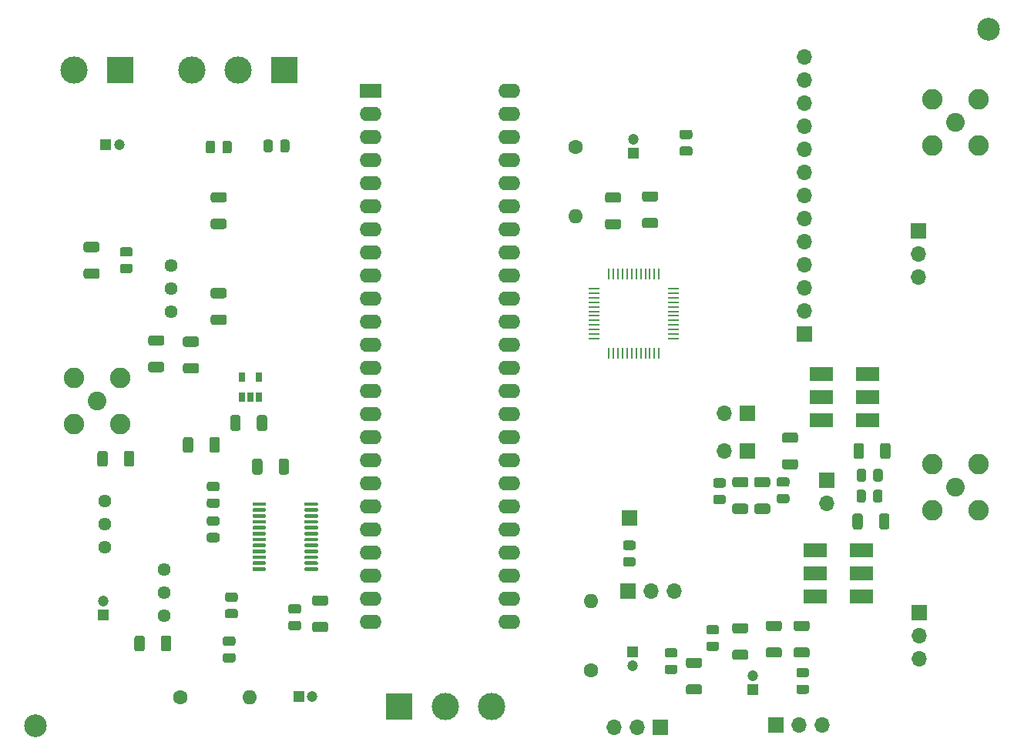
<source format=gbr>
%TF.GenerationSoftware,KiCad,Pcbnew,(5.1.10)-1*%
%TF.CreationDate,2021-07-26T18:41:44-03:00*%
%TF.ProjectId,ASBF,41534246-2e6b-4696-9361-645f70636258,V1.1*%
%TF.SameCoordinates,Original*%
%TF.FileFunction,Soldermask,Bot*%
%TF.FilePolarity,Negative*%
%FSLAX46Y46*%
G04 Gerber Fmt 4.6, Leading zero omitted, Abs format (unit mm)*
G04 Created by KiCad (PCBNEW (5.1.10)-1) date 2021-07-26 18:41:44*
%MOMM*%
%LPD*%
G01*
G04 APERTURE LIST*
%ADD10C,3.000000*%
%ADD11R,3.000000X3.000000*%
%ADD12R,2.540000X1.650000*%
%ADD13C,1.200000*%
%ADD14R,1.200000X1.200000*%
%ADD15O,2.400000X1.600000*%
%ADD16R,2.400000X1.600000*%
%ADD17R,0.250000X1.300000*%
%ADD18R,1.300000X0.250000*%
%ADD19R,0.650000X1.060000*%
%ADD20C,1.440000*%
%ADD21O,1.600000X1.600000*%
%ADD22C,1.600000*%
%ADD23C,2.250000*%
%ADD24C,2.050000*%
%ADD25O,1.700000X1.700000*%
%ADD26R,1.700000X1.700000*%
%ADD27C,2.500000*%
G04 APERTURE END LIST*
%TO.C,R12*%
G36*
G01*
X165519998Y-64871000D02*
X166770002Y-64871000D01*
G75*
G02*
X167020000Y-65120998I0J-249998D01*
G01*
X167020000Y-65746002D01*
G75*
G02*
X166770002Y-65996000I-249998J0D01*
G01*
X165519998Y-65996000D01*
G75*
G02*
X165270000Y-65746002I0J249998D01*
G01*
X165270000Y-65120998D01*
G75*
G02*
X165519998Y-64871000I249998J0D01*
G01*
G37*
G36*
G01*
X165519998Y-61946000D02*
X166770002Y-61946000D01*
G75*
G02*
X167020000Y-62195998I0J-249998D01*
G01*
X167020000Y-62821002D01*
G75*
G02*
X166770002Y-63071000I-249998J0D01*
G01*
X165519998Y-63071000D01*
G75*
G02*
X165270000Y-62821002I0J249998D01*
G01*
X165270000Y-62195998D01*
G75*
G02*
X165519998Y-61946000I249998J0D01*
G01*
G37*
%TD*%
D10*
%TO.C,J17*%
X152760000Y-118500000D03*
X147680000Y-118500000D03*
D11*
X142600000Y-118500000D03*
%TD*%
D12*
%TO.C,TR1*%
X194085000Y-86958000D03*
X194085000Y-84418000D03*
X194085000Y-81878000D03*
X189005000Y-81878000D03*
X189005000Y-84418000D03*
X189005000Y-86958000D03*
%TD*%
D11*
%TO.C,J2*%
X112000000Y-48500000D03*
D10*
X106920000Y-48500000D03*
%TD*%
D13*
%TO.C,C12*%
X181500000Y-115100000D03*
D14*
X181500000Y-116600000D03*
%TD*%
D13*
%TO.C,C17*%
X168400000Y-56100000D03*
D14*
X168400000Y-57600000D03*
%TD*%
D13*
%TO.C,C16*%
X168304000Y-114000000D03*
D14*
X168304000Y-112500000D03*
%TD*%
D15*
%TO.C,J4*%
X154740000Y-50800000D03*
X139500000Y-109220000D03*
X154740000Y-53340000D03*
X139500000Y-106680000D03*
X154740000Y-55880000D03*
X139500000Y-104140000D03*
X154740000Y-58420000D03*
X139500000Y-101600000D03*
X154740000Y-60960000D03*
X139500000Y-99060000D03*
X154740000Y-63500000D03*
X139500000Y-96520000D03*
X154740000Y-66040000D03*
X139500000Y-93980000D03*
X154740000Y-68580000D03*
X139500000Y-91440000D03*
X154740000Y-71120000D03*
X139500000Y-88900000D03*
X154740000Y-73660000D03*
X139500000Y-86360000D03*
X154740000Y-76200000D03*
X139500000Y-83820000D03*
X154740000Y-78740000D03*
X139500000Y-81280000D03*
X154740000Y-81280000D03*
X139500000Y-78740000D03*
X154740000Y-83820000D03*
X139500000Y-76200000D03*
X154740000Y-86360000D03*
X139500000Y-73660000D03*
X154740000Y-88900000D03*
X139500000Y-71120000D03*
X154740000Y-91440000D03*
X139500000Y-68580000D03*
X154740000Y-93980000D03*
X139500000Y-66040000D03*
X154740000Y-96520000D03*
X139500000Y-63500000D03*
X154740000Y-99060000D03*
X139500000Y-60960000D03*
X154740000Y-101600000D03*
X139500000Y-58420000D03*
X154740000Y-104140000D03*
X139500000Y-55880000D03*
X154740000Y-106680000D03*
X139500000Y-53340000D03*
X154740000Y-109220000D03*
D16*
X139500000Y-50800000D03*
%TD*%
D17*
%TO.C,U3*%
X165681000Y-79624000D03*
X166181000Y-79624000D03*
X166681000Y-79624000D03*
X167181000Y-79624000D03*
X167681000Y-79624000D03*
X168181000Y-79624000D03*
X168681000Y-79624000D03*
X169181000Y-79624000D03*
X169681000Y-79624000D03*
X170181000Y-79624000D03*
X170681000Y-79624000D03*
X171181000Y-79624000D03*
D18*
X172781000Y-78024000D03*
X172781000Y-77524000D03*
X172781000Y-77024000D03*
X172781000Y-76524000D03*
X172781000Y-76024000D03*
X172781000Y-75524000D03*
X172781000Y-75024000D03*
X172781000Y-74524000D03*
X172781000Y-74024000D03*
X172781000Y-73524000D03*
X172781000Y-73024000D03*
X172781000Y-72524000D03*
D17*
X171181000Y-70924000D03*
X170681000Y-70924000D03*
X170181000Y-70924000D03*
X169681000Y-70924000D03*
X169181000Y-70924000D03*
X168681000Y-70924000D03*
X168181000Y-70924000D03*
X167681000Y-70924000D03*
X167181000Y-70924000D03*
X166681000Y-70924000D03*
X166181000Y-70924000D03*
X165681000Y-70924000D03*
D18*
X164081000Y-72524000D03*
X164081000Y-73024000D03*
X164081000Y-73524000D03*
X164081000Y-74024000D03*
X164081000Y-74524000D03*
X164081000Y-75024000D03*
X164081000Y-75524000D03*
X164081000Y-76024000D03*
X164081000Y-76524000D03*
X164081000Y-77024000D03*
X164081000Y-77524000D03*
X164081000Y-78024000D03*
%TD*%
%TO.C,U2*%
G36*
G01*
X126500000Y-103475000D02*
X126500000Y-103275000D01*
G75*
G02*
X126600000Y-103175000I100000J0D01*
G01*
X127875000Y-103175000D01*
G75*
G02*
X127975000Y-103275000I0J-100000D01*
G01*
X127975000Y-103475000D01*
G75*
G02*
X127875000Y-103575000I-100000J0D01*
G01*
X126600000Y-103575000D01*
G75*
G02*
X126500000Y-103475000I0J100000D01*
G01*
G37*
G36*
G01*
X126500000Y-102825000D02*
X126500000Y-102625000D01*
G75*
G02*
X126600000Y-102525000I100000J0D01*
G01*
X127875000Y-102525000D01*
G75*
G02*
X127975000Y-102625000I0J-100000D01*
G01*
X127975000Y-102825000D01*
G75*
G02*
X127875000Y-102925000I-100000J0D01*
G01*
X126600000Y-102925000D01*
G75*
G02*
X126500000Y-102825000I0J100000D01*
G01*
G37*
G36*
G01*
X126500000Y-102175000D02*
X126500000Y-101975000D01*
G75*
G02*
X126600000Y-101875000I100000J0D01*
G01*
X127875000Y-101875000D01*
G75*
G02*
X127975000Y-101975000I0J-100000D01*
G01*
X127975000Y-102175000D01*
G75*
G02*
X127875000Y-102275000I-100000J0D01*
G01*
X126600000Y-102275000D01*
G75*
G02*
X126500000Y-102175000I0J100000D01*
G01*
G37*
G36*
G01*
X126500000Y-101525000D02*
X126500000Y-101325000D01*
G75*
G02*
X126600000Y-101225000I100000J0D01*
G01*
X127875000Y-101225000D01*
G75*
G02*
X127975000Y-101325000I0J-100000D01*
G01*
X127975000Y-101525000D01*
G75*
G02*
X127875000Y-101625000I-100000J0D01*
G01*
X126600000Y-101625000D01*
G75*
G02*
X126500000Y-101525000I0J100000D01*
G01*
G37*
G36*
G01*
X126500000Y-100875000D02*
X126500000Y-100675000D01*
G75*
G02*
X126600000Y-100575000I100000J0D01*
G01*
X127875000Y-100575000D01*
G75*
G02*
X127975000Y-100675000I0J-100000D01*
G01*
X127975000Y-100875000D01*
G75*
G02*
X127875000Y-100975000I-100000J0D01*
G01*
X126600000Y-100975000D01*
G75*
G02*
X126500000Y-100875000I0J100000D01*
G01*
G37*
G36*
G01*
X126500000Y-100225000D02*
X126500000Y-100025000D01*
G75*
G02*
X126600000Y-99925000I100000J0D01*
G01*
X127875000Y-99925000D01*
G75*
G02*
X127975000Y-100025000I0J-100000D01*
G01*
X127975000Y-100225000D01*
G75*
G02*
X127875000Y-100325000I-100000J0D01*
G01*
X126600000Y-100325000D01*
G75*
G02*
X126500000Y-100225000I0J100000D01*
G01*
G37*
G36*
G01*
X126500000Y-99575000D02*
X126500000Y-99375000D01*
G75*
G02*
X126600000Y-99275000I100000J0D01*
G01*
X127875000Y-99275000D01*
G75*
G02*
X127975000Y-99375000I0J-100000D01*
G01*
X127975000Y-99575000D01*
G75*
G02*
X127875000Y-99675000I-100000J0D01*
G01*
X126600000Y-99675000D01*
G75*
G02*
X126500000Y-99575000I0J100000D01*
G01*
G37*
G36*
G01*
X126500000Y-98925000D02*
X126500000Y-98725000D01*
G75*
G02*
X126600000Y-98625000I100000J0D01*
G01*
X127875000Y-98625000D01*
G75*
G02*
X127975000Y-98725000I0J-100000D01*
G01*
X127975000Y-98925000D01*
G75*
G02*
X127875000Y-99025000I-100000J0D01*
G01*
X126600000Y-99025000D01*
G75*
G02*
X126500000Y-98925000I0J100000D01*
G01*
G37*
G36*
G01*
X126500000Y-98275000D02*
X126500000Y-98075000D01*
G75*
G02*
X126600000Y-97975000I100000J0D01*
G01*
X127875000Y-97975000D01*
G75*
G02*
X127975000Y-98075000I0J-100000D01*
G01*
X127975000Y-98275000D01*
G75*
G02*
X127875000Y-98375000I-100000J0D01*
G01*
X126600000Y-98375000D01*
G75*
G02*
X126500000Y-98275000I0J100000D01*
G01*
G37*
G36*
G01*
X126500000Y-97625000D02*
X126500000Y-97425000D01*
G75*
G02*
X126600000Y-97325000I100000J0D01*
G01*
X127875000Y-97325000D01*
G75*
G02*
X127975000Y-97425000I0J-100000D01*
G01*
X127975000Y-97625000D01*
G75*
G02*
X127875000Y-97725000I-100000J0D01*
G01*
X126600000Y-97725000D01*
G75*
G02*
X126500000Y-97625000I0J100000D01*
G01*
G37*
G36*
G01*
X126500000Y-96975000D02*
X126500000Y-96775000D01*
G75*
G02*
X126600000Y-96675000I100000J0D01*
G01*
X127875000Y-96675000D01*
G75*
G02*
X127975000Y-96775000I0J-100000D01*
G01*
X127975000Y-96975000D01*
G75*
G02*
X127875000Y-97075000I-100000J0D01*
G01*
X126600000Y-97075000D01*
G75*
G02*
X126500000Y-96975000I0J100000D01*
G01*
G37*
G36*
G01*
X126500000Y-96325000D02*
X126500000Y-96125000D01*
G75*
G02*
X126600000Y-96025000I100000J0D01*
G01*
X127875000Y-96025000D01*
G75*
G02*
X127975000Y-96125000I0J-100000D01*
G01*
X127975000Y-96325000D01*
G75*
G02*
X127875000Y-96425000I-100000J0D01*
G01*
X126600000Y-96425000D01*
G75*
G02*
X126500000Y-96325000I0J100000D01*
G01*
G37*
G36*
G01*
X132225000Y-96325000D02*
X132225000Y-96125000D01*
G75*
G02*
X132325000Y-96025000I100000J0D01*
G01*
X133600000Y-96025000D01*
G75*
G02*
X133700000Y-96125000I0J-100000D01*
G01*
X133700000Y-96325000D01*
G75*
G02*
X133600000Y-96425000I-100000J0D01*
G01*
X132325000Y-96425000D01*
G75*
G02*
X132225000Y-96325000I0J100000D01*
G01*
G37*
G36*
G01*
X132225000Y-96975000D02*
X132225000Y-96775000D01*
G75*
G02*
X132325000Y-96675000I100000J0D01*
G01*
X133600000Y-96675000D01*
G75*
G02*
X133700000Y-96775000I0J-100000D01*
G01*
X133700000Y-96975000D01*
G75*
G02*
X133600000Y-97075000I-100000J0D01*
G01*
X132325000Y-97075000D01*
G75*
G02*
X132225000Y-96975000I0J100000D01*
G01*
G37*
G36*
G01*
X132225000Y-97625000D02*
X132225000Y-97425000D01*
G75*
G02*
X132325000Y-97325000I100000J0D01*
G01*
X133600000Y-97325000D01*
G75*
G02*
X133700000Y-97425000I0J-100000D01*
G01*
X133700000Y-97625000D01*
G75*
G02*
X133600000Y-97725000I-100000J0D01*
G01*
X132325000Y-97725000D01*
G75*
G02*
X132225000Y-97625000I0J100000D01*
G01*
G37*
G36*
G01*
X132225000Y-98275000D02*
X132225000Y-98075000D01*
G75*
G02*
X132325000Y-97975000I100000J0D01*
G01*
X133600000Y-97975000D01*
G75*
G02*
X133700000Y-98075000I0J-100000D01*
G01*
X133700000Y-98275000D01*
G75*
G02*
X133600000Y-98375000I-100000J0D01*
G01*
X132325000Y-98375000D01*
G75*
G02*
X132225000Y-98275000I0J100000D01*
G01*
G37*
G36*
G01*
X132225000Y-98925000D02*
X132225000Y-98725000D01*
G75*
G02*
X132325000Y-98625000I100000J0D01*
G01*
X133600000Y-98625000D01*
G75*
G02*
X133700000Y-98725000I0J-100000D01*
G01*
X133700000Y-98925000D01*
G75*
G02*
X133600000Y-99025000I-100000J0D01*
G01*
X132325000Y-99025000D01*
G75*
G02*
X132225000Y-98925000I0J100000D01*
G01*
G37*
G36*
G01*
X132225000Y-99575000D02*
X132225000Y-99375000D01*
G75*
G02*
X132325000Y-99275000I100000J0D01*
G01*
X133600000Y-99275000D01*
G75*
G02*
X133700000Y-99375000I0J-100000D01*
G01*
X133700000Y-99575000D01*
G75*
G02*
X133600000Y-99675000I-100000J0D01*
G01*
X132325000Y-99675000D01*
G75*
G02*
X132225000Y-99575000I0J100000D01*
G01*
G37*
G36*
G01*
X132225000Y-100225000D02*
X132225000Y-100025000D01*
G75*
G02*
X132325000Y-99925000I100000J0D01*
G01*
X133600000Y-99925000D01*
G75*
G02*
X133700000Y-100025000I0J-100000D01*
G01*
X133700000Y-100225000D01*
G75*
G02*
X133600000Y-100325000I-100000J0D01*
G01*
X132325000Y-100325000D01*
G75*
G02*
X132225000Y-100225000I0J100000D01*
G01*
G37*
G36*
G01*
X132225000Y-100875000D02*
X132225000Y-100675000D01*
G75*
G02*
X132325000Y-100575000I100000J0D01*
G01*
X133600000Y-100575000D01*
G75*
G02*
X133700000Y-100675000I0J-100000D01*
G01*
X133700000Y-100875000D01*
G75*
G02*
X133600000Y-100975000I-100000J0D01*
G01*
X132325000Y-100975000D01*
G75*
G02*
X132225000Y-100875000I0J100000D01*
G01*
G37*
G36*
G01*
X132225000Y-101525000D02*
X132225000Y-101325000D01*
G75*
G02*
X132325000Y-101225000I100000J0D01*
G01*
X133600000Y-101225000D01*
G75*
G02*
X133700000Y-101325000I0J-100000D01*
G01*
X133700000Y-101525000D01*
G75*
G02*
X133600000Y-101625000I-100000J0D01*
G01*
X132325000Y-101625000D01*
G75*
G02*
X132225000Y-101525000I0J100000D01*
G01*
G37*
G36*
G01*
X132225000Y-102175000D02*
X132225000Y-101975000D01*
G75*
G02*
X132325000Y-101875000I100000J0D01*
G01*
X133600000Y-101875000D01*
G75*
G02*
X133700000Y-101975000I0J-100000D01*
G01*
X133700000Y-102175000D01*
G75*
G02*
X133600000Y-102275000I-100000J0D01*
G01*
X132325000Y-102275000D01*
G75*
G02*
X132225000Y-102175000I0J100000D01*
G01*
G37*
G36*
G01*
X132225000Y-102825000D02*
X132225000Y-102625000D01*
G75*
G02*
X132325000Y-102525000I100000J0D01*
G01*
X133600000Y-102525000D01*
G75*
G02*
X133700000Y-102625000I0J-100000D01*
G01*
X133700000Y-102825000D01*
G75*
G02*
X133600000Y-102925000I-100000J0D01*
G01*
X132325000Y-102925000D01*
G75*
G02*
X132225000Y-102825000I0J100000D01*
G01*
G37*
G36*
G01*
X132225000Y-103475000D02*
X132225000Y-103275000D01*
G75*
G02*
X132325000Y-103175000I100000J0D01*
G01*
X133600000Y-103175000D01*
G75*
G02*
X133700000Y-103275000I0J-100000D01*
G01*
X133700000Y-103475000D01*
G75*
G02*
X133600000Y-103575000I-100000J0D01*
G01*
X132325000Y-103575000D01*
G75*
G02*
X132225000Y-103475000I0J100000D01*
G01*
G37*
%TD*%
D19*
%TO.C,U1*%
X127245000Y-84427000D03*
X126295000Y-84427000D03*
X125345000Y-84427000D03*
X125345000Y-82227000D03*
X127245000Y-82227000D03*
%TD*%
D12*
%TO.C,TR2*%
X193450000Y-106389000D03*
X193450000Y-103849000D03*
X193450000Y-101309000D03*
X188370000Y-101309000D03*
X188370000Y-103849000D03*
X188370000Y-106389000D03*
%TD*%
D20*
%TO.C,RV3*%
X116800000Y-108500000D03*
X116800000Y-105960000D03*
X116800000Y-103420000D03*
%TD*%
%TO.C,RV2*%
X117600000Y-75100000D03*
X117600000Y-72560000D03*
X117600000Y-70020000D03*
%TD*%
%TO.C,RV1*%
X110246000Y-100931000D03*
X110246000Y-98391000D03*
X110246000Y-95851000D03*
%TD*%
%TO.C,R22*%
G36*
G01*
X183172997Y-111988000D02*
X184423003Y-111988000D01*
G75*
G02*
X184673000Y-112237997I0J-249997D01*
G01*
X184673000Y-112863003D01*
G75*
G02*
X184423003Y-113113000I-249997J0D01*
G01*
X183172997Y-113113000D01*
G75*
G02*
X182923000Y-112863003I0J249997D01*
G01*
X182923000Y-112237997D01*
G75*
G02*
X183172997Y-111988000I249997J0D01*
G01*
G37*
G36*
G01*
X183172997Y-109063000D02*
X184423003Y-109063000D01*
G75*
G02*
X184673000Y-109312997I0J-249997D01*
G01*
X184673000Y-109938003D01*
G75*
G02*
X184423003Y-110188000I-249997J0D01*
G01*
X183172997Y-110188000D01*
G75*
G02*
X182923000Y-109938003I0J249997D01*
G01*
X182923000Y-109312997D01*
G75*
G02*
X183172997Y-109063000I249997J0D01*
G01*
G37*
%TD*%
%TO.C,R21*%
G36*
G01*
X179489997Y-112242000D02*
X180740003Y-112242000D01*
G75*
G02*
X180990000Y-112491997I0J-249997D01*
G01*
X180990000Y-113117003D01*
G75*
G02*
X180740003Y-113367000I-249997J0D01*
G01*
X179489997Y-113367000D01*
G75*
G02*
X179240000Y-113117003I0J249997D01*
G01*
X179240000Y-112491997D01*
G75*
G02*
X179489997Y-112242000I249997J0D01*
G01*
G37*
G36*
G01*
X179489997Y-109317000D02*
X180740003Y-109317000D01*
G75*
G02*
X180990000Y-109566997I0J-249997D01*
G01*
X180990000Y-110192003D01*
G75*
G02*
X180740003Y-110442000I-249997J0D01*
G01*
X179489997Y-110442000D01*
G75*
G02*
X179240000Y-110192003I0J249997D01*
G01*
X179240000Y-109566997D01*
G75*
G02*
X179489997Y-109317000I249997J0D01*
G01*
G37*
%TD*%
%TO.C,R20*%
G36*
G01*
X175660003Y-114252000D02*
X174409997Y-114252000D01*
G75*
G02*
X174160000Y-114002003I0J249997D01*
G01*
X174160000Y-113376997D01*
G75*
G02*
X174409997Y-113127000I249997J0D01*
G01*
X175660003Y-113127000D01*
G75*
G02*
X175910000Y-113376997I0J-249997D01*
G01*
X175910000Y-114002003D01*
G75*
G02*
X175660003Y-114252000I-249997J0D01*
G01*
G37*
G36*
G01*
X175660003Y-117177000D02*
X174409997Y-117177000D01*
G75*
G02*
X174160000Y-116927003I0J249997D01*
G01*
X174160000Y-116301997D01*
G75*
G02*
X174409997Y-116052000I249997J0D01*
G01*
X175660003Y-116052000D01*
G75*
G02*
X175910000Y-116301997I0J-249997D01*
G01*
X175910000Y-116927003D01*
G75*
G02*
X175660003Y-117177000I-249997J0D01*
G01*
G37*
%TD*%
%TO.C,R19*%
G36*
G01*
X195366000Y-98759003D02*
X195366000Y-97508997D01*
G75*
G02*
X195615997Y-97259000I249997J0D01*
G01*
X196241003Y-97259000D01*
G75*
G02*
X196491000Y-97508997I0J-249997D01*
G01*
X196491000Y-98759003D01*
G75*
G02*
X196241003Y-99009000I-249997J0D01*
G01*
X195615997Y-99009000D01*
G75*
G02*
X195366000Y-98759003I0J249997D01*
G01*
G37*
G36*
G01*
X192441000Y-98759003D02*
X192441000Y-97508997D01*
G75*
G02*
X192690997Y-97259000I249997J0D01*
G01*
X193316003Y-97259000D01*
G75*
G02*
X193566000Y-97508997I0J-249997D01*
G01*
X193566000Y-98759003D01*
G75*
G02*
X193316003Y-99009000I-249997J0D01*
G01*
X192690997Y-99009000D01*
G75*
G02*
X192441000Y-98759003I0J249997D01*
G01*
G37*
%TD*%
%TO.C,R18*%
G36*
G01*
X179489997Y-96178500D02*
X180740003Y-96178500D01*
G75*
G02*
X180990000Y-96428497I0J-249997D01*
G01*
X180990000Y-97053503D01*
G75*
G02*
X180740003Y-97303500I-249997J0D01*
G01*
X179489997Y-97303500D01*
G75*
G02*
X179240000Y-97053503I0J249997D01*
G01*
X179240000Y-96428497D01*
G75*
G02*
X179489997Y-96178500I249997J0D01*
G01*
G37*
G36*
G01*
X179489997Y-93253500D02*
X180740003Y-93253500D01*
G75*
G02*
X180990000Y-93503497I0J-249997D01*
G01*
X180990000Y-94128503D01*
G75*
G02*
X180740003Y-94378500I-249997J0D01*
G01*
X179489997Y-94378500D01*
G75*
G02*
X179240000Y-94128503I0J249997D01*
G01*
X179240000Y-93503497D01*
G75*
G02*
X179489997Y-93253500I249997J0D01*
G01*
G37*
%TD*%
%TO.C,R17*%
G36*
G01*
X186220997Y-111988000D02*
X187471003Y-111988000D01*
G75*
G02*
X187721000Y-112237997I0J-249997D01*
G01*
X187721000Y-112863003D01*
G75*
G02*
X187471003Y-113113000I-249997J0D01*
G01*
X186220997Y-113113000D01*
G75*
G02*
X185971000Y-112863003I0J249997D01*
G01*
X185971000Y-112237997D01*
G75*
G02*
X186220997Y-111988000I249997J0D01*
G01*
G37*
G36*
G01*
X186220997Y-109063000D02*
X187471003Y-109063000D01*
G75*
G02*
X187721000Y-109312997I0J-249997D01*
G01*
X187721000Y-109938003D01*
G75*
G02*
X187471003Y-110188000I-249997J0D01*
G01*
X186220997Y-110188000D01*
G75*
G02*
X185971000Y-109938003I0J249997D01*
G01*
X185971000Y-109312997D01*
G75*
G02*
X186220997Y-109063000I249997J0D01*
G01*
G37*
%TD*%
%TO.C,R16*%
G36*
G01*
X184950997Y-91287000D02*
X186201003Y-91287000D01*
G75*
G02*
X186451000Y-91536997I0J-249997D01*
G01*
X186451000Y-92162003D01*
G75*
G02*
X186201003Y-92412000I-249997J0D01*
G01*
X184950997Y-92412000D01*
G75*
G02*
X184701000Y-92162003I0J249997D01*
G01*
X184701000Y-91536997D01*
G75*
G02*
X184950997Y-91287000I249997J0D01*
G01*
G37*
G36*
G01*
X184950997Y-88362000D02*
X186201003Y-88362000D01*
G75*
G02*
X186451000Y-88611997I0J-249997D01*
G01*
X186451000Y-89237003D01*
G75*
G02*
X186201003Y-89487000I-249997J0D01*
G01*
X184950997Y-89487000D01*
G75*
G02*
X184701000Y-89237003I0J249997D01*
G01*
X184701000Y-88611997D01*
G75*
G02*
X184950997Y-88362000I249997J0D01*
G01*
G37*
%TD*%
%TO.C,R15*%
G36*
G01*
X183153003Y-94378500D02*
X181902997Y-94378500D01*
G75*
G02*
X181653000Y-94128503I0J249997D01*
G01*
X181653000Y-93503497D01*
G75*
G02*
X181902997Y-93253500I249997J0D01*
G01*
X183153003Y-93253500D01*
G75*
G02*
X183403000Y-93503497I0J-249997D01*
G01*
X183403000Y-94128503D01*
G75*
G02*
X183153003Y-94378500I-249997J0D01*
G01*
G37*
G36*
G01*
X183153003Y-97303500D02*
X181902997Y-97303500D01*
G75*
G02*
X181653000Y-97053503I0J249997D01*
G01*
X181653000Y-96428497D01*
G75*
G02*
X181902997Y-96178500I249997J0D01*
G01*
X183153003Y-96178500D01*
G75*
G02*
X183403000Y-96428497I0J-249997D01*
G01*
X183403000Y-97053503D01*
G75*
G02*
X183153003Y-97303500I-249997J0D01*
G01*
G37*
%TD*%
%TO.C,R14*%
G36*
G01*
X195493000Y-91012003D02*
X195493000Y-89761997D01*
G75*
G02*
X195742997Y-89512000I249997J0D01*
G01*
X196368003Y-89512000D01*
G75*
G02*
X196618000Y-89761997I0J-249997D01*
G01*
X196618000Y-91012003D01*
G75*
G02*
X196368003Y-91262000I-249997J0D01*
G01*
X195742997Y-91262000D01*
G75*
G02*
X195493000Y-91012003I0J249997D01*
G01*
G37*
G36*
G01*
X192568000Y-91012003D02*
X192568000Y-89761997D01*
G75*
G02*
X192817997Y-89512000I249997J0D01*
G01*
X193443003Y-89512000D01*
G75*
G02*
X193693000Y-89761997I0J-249997D01*
G01*
X193693000Y-91012003D01*
G75*
G02*
X193443003Y-91262000I-249997J0D01*
G01*
X192817997Y-91262000D01*
G75*
G02*
X192568000Y-91012003I0J249997D01*
G01*
G37*
%TD*%
%TO.C,R13*%
G36*
G01*
X169583997Y-64744000D02*
X170834003Y-64744000D01*
G75*
G02*
X171084000Y-64993997I0J-249997D01*
G01*
X171084000Y-65619003D01*
G75*
G02*
X170834003Y-65869000I-249997J0D01*
G01*
X169583997Y-65869000D01*
G75*
G02*
X169334000Y-65619003I0J249997D01*
G01*
X169334000Y-64993997D01*
G75*
G02*
X169583997Y-64744000I249997J0D01*
G01*
G37*
G36*
G01*
X169583997Y-61819000D02*
X170834003Y-61819000D01*
G75*
G02*
X171084000Y-62068997I0J-249997D01*
G01*
X171084000Y-62694003D01*
G75*
G02*
X170834003Y-62944000I-249997J0D01*
G01*
X169583997Y-62944000D01*
G75*
G02*
X169334000Y-62694003I0J249997D01*
G01*
X169334000Y-62068997D01*
G75*
G02*
X169583997Y-61819000I249997J0D01*
G01*
G37*
%TD*%
%TO.C,R11*%
G36*
G01*
X133323997Y-106267000D02*
X134574003Y-106267000D01*
G75*
G02*
X134824000Y-106516997I0J-249997D01*
G01*
X134824000Y-107142003D01*
G75*
G02*
X134574003Y-107392000I-249997J0D01*
G01*
X133323997Y-107392000D01*
G75*
G02*
X133074000Y-107142003I0J249997D01*
G01*
X133074000Y-106516997D01*
G75*
G02*
X133323997Y-106267000I249997J0D01*
G01*
G37*
G36*
G01*
X133323997Y-109192000D02*
X134574003Y-109192000D01*
G75*
G02*
X134824000Y-109441997I0J-249997D01*
G01*
X134824000Y-110067003D01*
G75*
G02*
X134574003Y-110317000I-249997J0D01*
G01*
X133323997Y-110317000D01*
G75*
G02*
X133074000Y-110067003I0J249997D01*
G01*
X133074000Y-109441997D01*
G75*
G02*
X133323997Y-109192000I249997J0D01*
G01*
G37*
%TD*%
%TO.C,R10*%
G36*
G01*
X126475000Y-92725003D02*
X126475000Y-91474997D01*
G75*
G02*
X126724997Y-91225000I249997J0D01*
G01*
X127350003Y-91225000D01*
G75*
G02*
X127600000Y-91474997I0J-249997D01*
G01*
X127600000Y-92725003D01*
G75*
G02*
X127350003Y-92975000I-249997J0D01*
G01*
X126724997Y-92975000D01*
G75*
G02*
X126475000Y-92725003I0J249997D01*
G01*
G37*
G36*
G01*
X129400000Y-92725003D02*
X129400000Y-91474997D01*
G75*
G02*
X129649997Y-91225000I249997J0D01*
G01*
X130275003Y-91225000D01*
G75*
G02*
X130525000Y-91474997I0J-249997D01*
G01*
X130525000Y-92725003D01*
G75*
G02*
X130275003Y-92975000I-249997J0D01*
G01*
X129649997Y-92975000D01*
G75*
G02*
X129400000Y-92725003I0J249997D01*
G01*
G37*
%TD*%
%TO.C,R9*%
G36*
G01*
X122920000Y-89094997D02*
X122920000Y-90345003D01*
G75*
G02*
X122670003Y-90595000I-249997J0D01*
G01*
X122044997Y-90595000D01*
G75*
G02*
X121795000Y-90345003I0J249997D01*
G01*
X121795000Y-89094997D01*
G75*
G02*
X122044997Y-88845000I249997J0D01*
G01*
X122670003Y-88845000D01*
G75*
G02*
X122920000Y-89094997I0J-249997D01*
G01*
G37*
G36*
G01*
X119995000Y-89094997D02*
X119995000Y-90345003D01*
G75*
G02*
X119745003Y-90595000I-249997J0D01*
G01*
X119119997Y-90595000D01*
G75*
G02*
X118870000Y-90345003I0J249997D01*
G01*
X118870000Y-89094997D01*
G75*
G02*
X119119997Y-88845000I249997J0D01*
G01*
X119745003Y-88845000D01*
G75*
G02*
X119995000Y-89094997I0J-249997D01*
G01*
G37*
%TD*%
%TO.C,R8*%
G36*
G01*
X113536000Y-112189003D02*
X113536000Y-110938997D01*
G75*
G02*
X113785997Y-110689000I249997J0D01*
G01*
X114411003Y-110689000D01*
G75*
G02*
X114661000Y-110938997I0J-249997D01*
G01*
X114661000Y-112189003D01*
G75*
G02*
X114411003Y-112439000I-249997J0D01*
G01*
X113785997Y-112439000D01*
G75*
G02*
X113536000Y-112189003I0J249997D01*
G01*
G37*
G36*
G01*
X116461000Y-112189003D02*
X116461000Y-110938997D01*
G75*
G02*
X116710997Y-110689000I249997J0D01*
G01*
X117336003Y-110689000D01*
G75*
G02*
X117586000Y-110938997I0J-249997D01*
G01*
X117586000Y-112189003D01*
G75*
G02*
X117336003Y-112439000I-249997J0D01*
G01*
X116710997Y-112439000D01*
G75*
G02*
X116461000Y-112189003I0J249997D01*
G01*
G37*
%TD*%
%TO.C,R7*%
G36*
G01*
X124077000Y-87932003D02*
X124077000Y-86681997D01*
G75*
G02*
X124326997Y-86432000I249997J0D01*
G01*
X124952003Y-86432000D01*
G75*
G02*
X125202000Y-86681997I0J-249997D01*
G01*
X125202000Y-87932003D01*
G75*
G02*
X124952003Y-88182000I-249997J0D01*
G01*
X124326997Y-88182000D01*
G75*
G02*
X124077000Y-87932003I0J249997D01*
G01*
G37*
G36*
G01*
X127002000Y-87932003D02*
X127002000Y-86681997D01*
G75*
G02*
X127251997Y-86432000I249997J0D01*
G01*
X127877003Y-86432000D01*
G75*
G02*
X128127000Y-86681997I0J-249997D01*
G01*
X128127000Y-87932003D01*
G75*
G02*
X127877003Y-88182000I-249997J0D01*
G01*
X127251997Y-88182000D01*
G75*
G02*
X127002000Y-87932003I0J249997D01*
G01*
G37*
%TD*%
%TO.C,R6*%
G36*
G01*
X122174997Y-61914000D02*
X123425003Y-61914000D01*
G75*
G02*
X123675000Y-62163997I0J-249997D01*
G01*
X123675000Y-62789003D01*
G75*
G02*
X123425003Y-63039000I-249997J0D01*
G01*
X122174997Y-63039000D01*
G75*
G02*
X121925000Y-62789003I0J249997D01*
G01*
X121925000Y-62163997D01*
G75*
G02*
X122174997Y-61914000I249997J0D01*
G01*
G37*
G36*
G01*
X122174997Y-64839000D02*
X123425003Y-64839000D01*
G75*
G02*
X123675000Y-65088997I0J-249997D01*
G01*
X123675000Y-65714003D01*
G75*
G02*
X123425003Y-65964000I-249997J0D01*
G01*
X122174997Y-65964000D01*
G75*
G02*
X121925000Y-65714003I0J249997D01*
G01*
X121925000Y-65088997D01*
G75*
G02*
X122174997Y-64839000I249997J0D01*
G01*
G37*
%TD*%
%TO.C,R5*%
G36*
G01*
X123425003Y-76505000D02*
X122174997Y-76505000D01*
G75*
G02*
X121925000Y-76255003I0J249997D01*
G01*
X121925000Y-75629997D01*
G75*
G02*
X122174997Y-75380000I249997J0D01*
G01*
X123425003Y-75380000D01*
G75*
G02*
X123675000Y-75629997I0J-249997D01*
G01*
X123675000Y-76255003D01*
G75*
G02*
X123425003Y-76505000I-249997J0D01*
G01*
G37*
G36*
G01*
X123425003Y-73580000D02*
X122174997Y-73580000D01*
G75*
G02*
X121925000Y-73330003I0J249997D01*
G01*
X121925000Y-72704997D01*
G75*
G02*
X122174997Y-72455000I249997J0D01*
G01*
X123425003Y-72455000D01*
G75*
G02*
X123675000Y-72704997I0J-249997D01*
G01*
X123675000Y-73330003D01*
G75*
G02*
X123425003Y-73580000I-249997J0D01*
G01*
G37*
%TD*%
%TO.C,R4*%
G36*
G01*
X109472000Y-91869003D02*
X109472000Y-90618997D01*
G75*
G02*
X109721997Y-90369000I249997J0D01*
G01*
X110347003Y-90369000D01*
G75*
G02*
X110597000Y-90618997I0J-249997D01*
G01*
X110597000Y-91869003D01*
G75*
G02*
X110347003Y-92119000I-249997J0D01*
G01*
X109721997Y-92119000D01*
G75*
G02*
X109472000Y-91869003I0J249997D01*
G01*
G37*
G36*
G01*
X112397000Y-91869003D02*
X112397000Y-90618997D01*
G75*
G02*
X112646997Y-90369000I249997J0D01*
G01*
X113272003Y-90369000D01*
G75*
G02*
X113522000Y-90618997I0J-249997D01*
G01*
X113522000Y-91869003D01*
G75*
G02*
X113272003Y-92119000I-249997J0D01*
G01*
X112646997Y-92119000D01*
G75*
G02*
X112397000Y-91869003I0J249997D01*
G01*
G37*
%TD*%
%TO.C,R3*%
G36*
G01*
X120377003Y-81839000D02*
X119126997Y-81839000D01*
G75*
G02*
X118877000Y-81589003I0J249997D01*
G01*
X118877000Y-80963997D01*
G75*
G02*
X119126997Y-80714000I249997J0D01*
G01*
X120377003Y-80714000D01*
G75*
G02*
X120627000Y-80963997I0J-249997D01*
G01*
X120627000Y-81589003D01*
G75*
G02*
X120377003Y-81839000I-249997J0D01*
G01*
G37*
G36*
G01*
X120377003Y-78914000D02*
X119126997Y-78914000D01*
G75*
G02*
X118877000Y-78664003I0J249997D01*
G01*
X118877000Y-78038997D01*
G75*
G02*
X119126997Y-77789000I249997J0D01*
G01*
X120377003Y-77789000D01*
G75*
G02*
X120627000Y-78038997I0J-249997D01*
G01*
X120627000Y-78664003D01*
G75*
G02*
X120377003Y-78914000I-249997J0D01*
G01*
G37*
%TD*%
%TO.C,R2*%
G36*
G01*
X109455003Y-71425000D02*
X108204997Y-71425000D01*
G75*
G02*
X107955000Y-71175003I0J249997D01*
G01*
X107955000Y-70549997D01*
G75*
G02*
X108204997Y-70300000I249997J0D01*
G01*
X109455003Y-70300000D01*
G75*
G02*
X109705000Y-70549997I0J-249997D01*
G01*
X109705000Y-71175003D01*
G75*
G02*
X109455003Y-71425000I-249997J0D01*
G01*
G37*
G36*
G01*
X109455003Y-68500000D02*
X108204997Y-68500000D01*
G75*
G02*
X107955000Y-68250003I0J249997D01*
G01*
X107955000Y-67624997D01*
G75*
G02*
X108204997Y-67375000I249997J0D01*
G01*
X109455003Y-67375000D01*
G75*
G02*
X109705000Y-67624997I0J-249997D01*
G01*
X109705000Y-68250003D01*
G75*
G02*
X109455003Y-68500000I-249997J0D01*
G01*
G37*
%TD*%
%TO.C,R1*%
G36*
G01*
X115316997Y-77662000D02*
X116567003Y-77662000D01*
G75*
G02*
X116817000Y-77911997I0J-249997D01*
G01*
X116817000Y-78537003D01*
G75*
G02*
X116567003Y-78787000I-249997J0D01*
G01*
X115316997Y-78787000D01*
G75*
G02*
X115067000Y-78537003I0J249997D01*
G01*
X115067000Y-77911997D01*
G75*
G02*
X115316997Y-77662000I249997J0D01*
G01*
G37*
G36*
G01*
X115316997Y-80587000D02*
X116567003Y-80587000D01*
G75*
G02*
X116817000Y-80836997I0J-249997D01*
G01*
X116817000Y-81462003D01*
G75*
G02*
X116567003Y-81712000I-249997J0D01*
G01*
X115316997Y-81712000D01*
G75*
G02*
X115067000Y-81462003I0J249997D01*
G01*
X115067000Y-80836997D01*
G75*
G02*
X115316997Y-80587000I249997J0D01*
G01*
G37*
%TD*%
D21*
%TO.C,L3*%
X162000000Y-64520000D03*
D22*
X162000000Y-56900000D03*
%TD*%
D21*
%TO.C,L2*%
X163700000Y-106880000D03*
D22*
X163700000Y-114500000D03*
%TD*%
%TO.C,L1*%
X118600000Y-117500000D03*
D21*
X126220000Y-117500000D03*
%TD*%
D23*
%TO.C,J16*%
X201197000Y-96864000D03*
X201197000Y-91784000D03*
X206277000Y-91784000D03*
X206277000Y-96864000D03*
D24*
X203737000Y-94324000D03*
%TD*%
D25*
%TO.C,J15*%
X199800000Y-113280000D03*
X199800000Y-110740000D03*
D26*
X199800000Y-108200000D03*
%TD*%
D25*
%TO.C,J14*%
X189600000Y-96102000D03*
D26*
X189600000Y-93562000D03*
%TD*%
D25*
%TO.C,J13*%
X189132000Y-120486000D03*
X186592000Y-120486000D03*
D26*
X184052000Y-120486000D03*
%TD*%
D25*
%TO.C,J12*%
X166272000Y-120740000D03*
X168812000Y-120740000D03*
D26*
X171352000Y-120740000D03*
%TD*%
D25*
%TO.C,J11*%
X172876000Y-105754000D03*
X170336000Y-105754000D03*
D26*
X167796000Y-105754000D03*
%TD*%
%TO.C,J10*%
X167923000Y-97753000D03*
%TD*%
D25*
%TO.C,J9*%
X178360000Y-90400000D03*
D26*
X180900000Y-90400000D03*
%TD*%
D25*
%TO.C,J8*%
X178337000Y-86196000D03*
D26*
X180877000Y-86196000D03*
%TD*%
D25*
%TO.C,J7*%
X187200000Y-47020000D03*
X187200000Y-49560000D03*
X187200000Y-52100000D03*
X187200000Y-54640000D03*
X187200000Y-57180000D03*
X187200000Y-59720000D03*
X187200000Y-62260000D03*
X187200000Y-64800000D03*
X187200000Y-67340000D03*
X187200000Y-69880000D03*
X187200000Y-72420000D03*
X187200000Y-74960000D03*
D26*
X187200000Y-77500000D03*
%TD*%
D23*
%TO.C,J6*%
X201197000Y-56732000D03*
X201197000Y-51652000D03*
X206277000Y-51652000D03*
X206277000Y-56732000D03*
D24*
X203737000Y-54192000D03*
%TD*%
D25*
%TO.C,J5*%
X199700000Y-71280000D03*
X199700000Y-68740000D03*
D26*
X199700000Y-66200000D03*
%TD*%
D11*
%TO.C,J3*%
X130000000Y-48500000D03*
D10*
X124920000Y-48500000D03*
X119840000Y-48500000D03*
%TD*%
D24*
%TO.C,J1*%
X109465000Y-84894000D03*
D23*
X112005000Y-87434000D03*
X112005000Y-82354000D03*
X106925000Y-82354000D03*
X106925000Y-87434000D03*
%TD*%
D27*
%TO.C,H2*%
X207400000Y-44000000D03*
%TD*%
%TO.C,H1*%
X102700000Y-120600000D03*
%TD*%
%TO.C,C24*%
G36*
G01*
X194715500Y-95790002D02*
X194715500Y-94889998D01*
G75*
G02*
X194965498Y-94640000I249998J0D01*
G01*
X195490502Y-94640000D01*
G75*
G02*
X195740500Y-94889998I0J-249998D01*
G01*
X195740500Y-95790002D01*
G75*
G02*
X195490502Y-96040000I-249998J0D01*
G01*
X194965498Y-96040000D01*
G75*
G02*
X194715500Y-95790002I0J249998D01*
G01*
G37*
G36*
G01*
X192890500Y-95790002D02*
X192890500Y-94889998D01*
G75*
G02*
X193140498Y-94640000I249998J0D01*
G01*
X193665502Y-94640000D01*
G75*
G02*
X193915500Y-94889998I0J-249998D01*
G01*
X193915500Y-95790002D01*
G75*
G02*
X193665502Y-96040000I-249998J0D01*
G01*
X193140498Y-96040000D01*
G75*
G02*
X192890500Y-95790002I0J249998D01*
G01*
G37*
%TD*%
%TO.C,C23*%
G36*
G01*
X177378998Y-95208500D02*
X178279002Y-95208500D01*
G75*
G02*
X178529000Y-95458498I0J-249998D01*
G01*
X178529000Y-95983502D01*
G75*
G02*
X178279002Y-96233500I-249998J0D01*
G01*
X177378998Y-96233500D01*
G75*
G02*
X177129000Y-95983502I0J249998D01*
G01*
X177129000Y-95458498D01*
G75*
G02*
X177378998Y-95208500I249998J0D01*
G01*
G37*
G36*
G01*
X177378998Y-93383500D02*
X178279002Y-93383500D01*
G75*
G02*
X178529000Y-93633498I0J-249998D01*
G01*
X178529000Y-94158502D01*
G75*
G02*
X178279002Y-94408500I-249998J0D01*
G01*
X177378998Y-94408500D01*
G75*
G02*
X177129000Y-94158502I0J249998D01*
G01*
X177129000Y-93633498D01*
G75*
G02*
X177378998Y-93383500I249998J0D01*
G01*
G37*
%TD*%
%TO.C,C22*%
G36*
G01*
X167472998Y-102066500D02*
X168373002Y-102066500D01*
G75*
G02*
X168623000Y-102316498I0J-249998D01*
G01*
X168623000Y-102841502D01*
G75*
G02*
X168373002Y-103091500I-249998J0D01*
G01*
X167472998Y-103091500D01*
G75*
G02*
X167223000Y-102841502I0J249998D01*
G01*
X167223000Y-102316498D01*
G75*
G02*
X167472998Y-102066500I249998J0D01*
G01*
G37*
G36*
G01*
X167472998Y-100241500D02*
X168373002Y-100241500D01*
G75*
G02*
X168623000Y-100491498I0J-249998D01*
G01*
X168623000Y-101016502D01*
G75*
G02*
X168373002Y-101266500I-249998J0D01*
G01*
X167472998Y-101266500D01*
G75*
G02*
X167223000Y-101016502I0J249998D01*
G01*
X167223000Y-100491498D01*
G75*
G02*
X167472998Y-100241500I249998J0D01*
G01*
G37*
%TD*%
%TO.C,C21*%
G36*
G01*
X185264002Y-94305000D02*
X184363998Y-94305000D01*
G75*
G02*
X184114000Y-94055002I0J249998D01*
G01*
X184114000Y-93529998D01*
G75*
G02*
X184363998Y-93280000I249998J0D01*
G01*
X185264002Y-93280000D01*
G75*
G02*
X185514000Y-93529998I0J-249998D01*
G01*
X185514000Y-94055002D01*
G75*
G02*
X185264002Y-94305000I-249998J0D01*
G01*
G37*
G36*
G01*
X185264002Y-96130000D02*
X184363998Y-96130000D01*
G75*
G02*
X184114000Y-95880002I0J249998D01*
G01*
X184114000Y-95354998D01*
G75*
G02*
X184363998Y-95105000I249998J0D01*
G01*
X185264002Y-95105000D01*
G75*
G02*
X185514000Y-95354998I0J-249998D01*
G01*
X185514000Y-95880002D01*
G75*
G02*
X185264002Y-96130000I-249998J0D01*
G01*
G37*
%TD*%
%TO.C,C20*%
G36*
G01*
X194739000Y-93504002D02*
X194739000Y-92603998D01*
G75*
G02*
X194988998Y-92354000I249998J0D01*
G01*
X195514002Y-92354000D01*
G75*
G02*
X195764000Y-92603998I0J-249998D01*
G01*
X195764000Y-93504002D01*
G75*
G02*
X195514002Y-93754000I-249998J0D01*
G01*
X194988998Y-93754000D01*
G75*
G02*
X194739000Y-93504002I0J249998D01*
G01*
G37*
G36*
G01*
X192914000Y-93504002D02*
X192914000Y-92603998D01*
G75*
G02*
X193163998Y-92354000I249998J0D01*
G01*
X193689002Y-92354000D01*
G75*
G02*
X193939000Y-92603998I0J-249998D01*
G01*
X193939000Y-93504002D01*
G75*
G02*
X193689002Y-93754000I-249998J0D01*
G01*
X193163998Y-93754000D01*
G75*
G02*
X192914000Y-93504002I0J249998D01*
G01*
G37*
%TD*%
%TO.C,C19*%
G36*
G01*
X176616998Y-111361000D02*
X177517002Y-111361000D01*
G75*
G02*
X177767000Y-111610998I0J-249998D01*
G01*
X177767000Y-112136002D01*
G75*
G02*
X177517002Y-112386000I-249998J0D01*
G01*
X176616998Y-112386000D01*
G75*
G02*
X176367000Y-112136002I0J249998D01*
G01*
X176367000Y-111610998D01*
G75*
G02*
X176616998Y-111361000I249998J0D01*
G01*
G37*
G36*
G01*
X176616998Y-109536000D02*
X177517002Y-109536000D01*
G75*
G02*
X177767000Y-109785998I0J-249998D01*
G01*
X177767000Y-110311002D01*
G75*
G02*
X177517002Y-110561000I-249998J0D01*
G01*
X176616998Y-110561000D01*
G75*
G02*
X176367000Y-110311002I0J249998D01*
G01*
X176367000Y-109785998D01*
G75*
G02*
X176616998Y-109536000I249998J0D01*
G01*
G37*
%TD*%
%TO.C,C18*%
G36*
G01*
X187423002Y-115283500D02*
X186522998Y-115283500D01*
G75*
G02*
X186273000Y-115033502I0J249998D01*
G01*
X186273000Y-114508498D01*
G75*
G02*
X186522998Y-114258500I249998J0D01*
G01*
X187423002Y-114258500D01*
G75*
G02*
X187673000Y-114508498I0J-249998D01*
G01*
X187673000Y-115033502D01*
G75*
G02*
X187423002Y-115283500I-249998J0D01*
G01*
G37*
G36*
G01*
X187423002Y-117108500D02*
X186522998Y-117108500D01*
G75*
G02*
X186273000Y-116858502I0J249998D01*
G01*
X186273000Y-116333498D01*
G75*
G02*
X186522998Y-116083500I249998J0D01*
G01*
X187423002Y-116083500D01*
G75*
G02*
X187673000Y-116333498I0J-249998D01*
G01*
X187673000Y-116858502D01*
G75*
G02*
X187423002Y-117108500I-249998J0D01*
G01*
G37*
%TD*%
%TO.C,C15*%
G36*
G01*
X174596002Y-56078000D02*
X173695998Y-56078000D01*
G75*
G02*
X173446000Y-55828002I0J249998D01*
G01*
X173446000Y-55302998D01*
G75*
G02*
X173695998Y-55053000I249998J0D01*
G01*
X174596002Y-55053000D01*
G75*
G02*
X174846000Y-55302998I0J-249998D01*
G01*
X174846000Y-55828002D01*
G75*
G02*
X174596002Y-56078000I-249998J0D01*
G01*
G37*
G36*
G01*
X174596002Y-57903000D02*
X173695998Y-57903000D01*
G75*
G02*
X173446000Y-57653002I0J249998D01*
G01*
X173446000Y-57127998D01*
G75*
G02*
X173695998Y-56878000I249998J0D01*
G01*
X174596002Y-56878000D01*
G75*
G02*
X174846000Y-57127998I0J-249998D01*
G01*
X174846000Y-57653002D01*
G75*
G02*
X174596002Y-57903000I-249998J0D01*
G01*
G37*
%TD*%
%TO.C,C14*%
G36*
G01*
X172044998Y-113901000D02*
X172945002Y-113901000D01*
G75*
G02*
X173195000Y-114150998I0J-249998D01*
G01*
X173195000Y-114676002D01*
G75*
G02*
X172945002Y-114926000I-249998J0D01*
G01*
X172044998Y-114926000D01*
G75*
G02*
X171795000Y-114676002I0J249998D01*
G01*
X171795000Y-114150998D01*
G75*
G02*
X172044998Y-113901000I249998J0D01*
G01*
G37*
G36*
G01*
X172044998Y-112076000D02*
X172945002Y-112076000D01*
G75*
G02*
X173195000Y-112325998I0J-249998D01*
G01*
X173195000Y-112851002D01*
G75*
G02*
X172945002Y-113101000I-249998J0D01*
G01*
X172044998Y-113101000D01*
G75*
G02*
X171795000Y-112851002I0J249998D01*
G01*
X171795000Y-112325998D01*
G75*
G02*
X172044998Y-112076000I249998J0D01*
G01*
G37*
%TD*%
%TO.C,C11*%
G36*
G01*
X130704998Y-107248000D02*
X131605002Y-107248000D01*
G75*
G02*
X131855000Y-107497998I0J-249998D01*
G01*
X131855000Y-108023002D01*
G75*
G02*
X131605002Y-108273000I-249998J0D01*
G01*
X130704998Y-108273000D01*
G75*
G02*
X130455000Y-108023002I0J249998D01*
G01*
X130455000Y-107497998D01*
G75*
G02*
X130704998Y-107248000I249998J0D01*
G01*
G37*
G36*
G01*
X130704998Y-109073000D02*
X131605002Y-109073000D01*
G75*
G02*
X131855000Y-109322998I0J-249998D01*
G01*
X131855000Y-109848002D01*
G75*
G02*
X131605002Y-110098000I-249998J0D01*
G01*
X130704998Y-110098000D01*
G75*
G02*
X130455000Y-109848002I0J249998D01*
G01*
X130455000Y-109322998D01*
G75*
G02*
X130704998Y-109073000I249998J0D01*
G01*
G37*
%TD*%
D14*
%TO.C,C10*%
X131600000Y-117400000D03*
D13*
X133100000Y-117400000D03*
%TD*%
D14*
%TO.C,C9*%
X110400000Y-56700000D03*
D13*
X111900000Y-56700000D03*
%TD*%
%TO.C,C8*%
G36*
G01*
X124647002Y-108798000D02*
X123746998Y-108798000D01*
G75*
G02*
X123497000Y-108548002I0J249998D01*
G01*
X123497000Y-108022998D01*
G75*
G02*
X123746998Y-107773000I249998J0D01*
G01*
X124647002Y-107773000D01*
G75*
G02*
X124897000Y-108022998I0J-249998D01*
G01*
X124897000Y-108548002D01*
G75*
G02*
X124647002Y-108798000I-249998J0D01*
G01*
G37*
G36*
G01*
X124647002Y-106973000D02*
X123746998Y-106973000D01*
G75*
G02*
X123497000Y-106723002I0J249998D01*
G01*
X123497000Y-106197998D01*
G75*
G02*
X123746998Y-105948000I249998J0D01*
G01*
X124647002Y-105948000D01*
G75*
G02*
X124897000Y-106197998I0J-249998D01*
G01*
X124897000Y-106723002D01*
G75*
G02*
X124647002Y-106973000I-249998J0D01*
G01*
G37*
%TD*%
%TO.C,C7*%
G36*
G01*
X122650002Y-96629500D02*
X121749998Y-96629500D01*
G75*
G02*
X121500000Y-96379502I0J249998D01*
G01*
X121500000Y-95854498D01*
G75*
G02*
X121749998Y-95604500I249998J0D01*
G01*
X122650002Y-95604500D01*
G75*
G02*
X122900000Y-95854498I0J-249998D01*
G01*
X122900000Y-96379502D01*
G75*
G02*
X122650002Y-96629500I-249998J0D01*
G01*
G37*
G36*
G01*
X122650002Y-94804500D02*
X121749998Y-94804500D01*
G75*
G02*
X121500000Y-94554502I0J249998D01*
G01*
X121500000Y-94029498D01*
G75*
G02*
X121749998Y-93779500I249998J0D01*
G01*
X122650002Y-93779500D01*
G75*
G02*
X122900000Y-94029498I0J-249998D01*
G01*
X122900000Y-94554502D01*
G75*
G02*
X122650002Y-94804500I-249998J0D01*
G01*
G37*
%TD*%
%TO.C,C6*%
G36*
G01*
X122650002Y-100425000D02*
X121749998Y-100425000D01*
G75*
G02*
X121500000Y-100175002I0J249998D01*
G01*
X121500000Y-99649998D01*
G75*
G02*
X121749998Y-99400000I249998J0D01*
G01*
X122650002Y-99400000D01*
G75*
G02*
X122900000Y-99649998I0J-249998D01*
G01*
X122900000Y-100175002D01*
G75*
G02*
X122650002Y-100425000I-249998J0D01*
G01*
G37*
G36*
G01*
X122650002Y-98600000D02*
X121749998Y-98600000D01*
G75*
G02*
X121500000Y-98350002I0J249998D01*
G01*
X121500000Y-97824998D01*
G75*
G02*
X121749998Y-97575000I249998J0D01*
G01*
X122650002Y-97575000D01*
G75*
G02*
X122900000Y-97824998I0J-249998D01*
G01*
X122900000Y-98350002D01*
G75*
G02*
X122650002Y-98600000I-249998J0D01*
G01*
G37*
%TD*%
%TO.C,C5*%
G36*
G01*
X124393002Y-113647500D02*
X123492998Y-113647500D01*
G75*
G02*
X123243000Y-113397502I0J249998D01*
G01*
X123243000Y-112872498D01*
G75*
G02*
X123492998Y-112622500I249998J0D01*
G01*
X124393002Y-112622500D01*
G75*
G02*
X124643000Y-112872498I0J-249998D01*
G01*
X124643000Y-113397502D01*
G75*
G02*
X124393002Y-113647500I-249998J0D01*
G01*
G37*
G36*
G01*
X124393002Y-111822500D02*
X123492998Y-111822500D01*
G75*
G02*
X123243000Y-111572502I0J249998D01*
G01*
X123243000Y-111047498D01*
G75*
G02*
X123492998Y-110797500I249998J0D01*
G01*
X124393002Y-110797500D01*
G75*
G02*
X124643000Y-111047498I0J-249998D01*
G01*
X124643000Y-111572502D01*
G75*
G02*
X124393002Y-111822500I-249998J0D01*
G01*
G37*
%TD*%
%TO.C,C3*%
G36*
G01*
X127725000Y-57277002D02*
X127725000Y-56376998D01*
G75*
G02*
X127974998Y-56127000I249998J0D01*
G01*
X128500002Y-56127000D01*
G75*
G02*
X128750000Y-56376998I0J-249998D01*
G01*
X128750000Y-57277002D01*
G75*
G02*
X128500002Y-57527000I-249998J0D01*
G01*
X127974998Y-57527000D01*
G75*
G02*
X127725000Y-57277002I0J249998D01*
G01*
G37*
G36*
G01*
X129550000Y-57277002D02*
X129550000Y-56376998D01*
G75*
G02*
X129799998Y-56127000I249998J0D01*
G01*
X130325002Y-56127000D01*
G75*
G02*
X130575000Y-56376998I0J-249998D01*
G01*
X130575000Y-57277002D01*
G75*
G02*
X130325002Y-57527000I-249998J0D01*
G01*
X129799998Y-57527000D01*
G75*
G02*
X129550000Y-57277002I0J249998D01*
G01*
G37*
%TD*%
%TO.C,C2*%
G36*
G01*
X124225000Y-56503998D02*
X124225000Y-57404002D01*
G75*
G02*
X123975002Y-57654000I-249998J0D01*
G01*
X123449998Y-57654000D01*
G75*
G02*
X123200000Y-57404002I0J249998D01*
G01*
X123200000Y-56503998D01*
G75*
G02*
X123449998Y-56254000I249998J0D01*
G01*
X123975002Y-56254000D01*
G75*
G02*
X124225000Y-56503998I0J-249998D01*
G01*
G37*
G36*
G01*
X122400000Y-56503998D02*
X122400000Y-57404002D01*
G75*
G02*
X122150002Y-57654000I-249998J0D01*
G01*
X121624998Y-57654000D01*
G75*
G02*
X121375000Y-57404002I0J249998D01*
G01*
X121375000Y-56503998D01*
G75*
G02*
X121624998Y-56254000I249998J0D01*
G01*
X122150002Y-56254000D01*
G75*
G02*
X122400000Y-56503998I0J-249998D01*
G01*
G37*
%TD*%
%TO.C,C1*%
G36*
G01*
X112189998Y-67975000D02*
X113090002Y-67975000D01*
G75*
G02*
X113340000Y-68224998I0J-249998D01*
G01*
X113340000Y-68750002D01*
G75*
G02*
X113090002Y-69000000I-249998J0D01*
G01*
X112189998Y-69000000D01*
G75*
G02*
X111940000Y-68750002I0J249998D01*
G01*
X111940000Y-68224998D01*
G75*
G02*
X112189998Y-67975000I249998J0D01*
G01*
G37*
G36*
G01*
X112189998Y-69800000D02*
X113090002Y-69800000D01*
G75*
G02*
X113340000Y-70049998I0J-249998D01*
G01*
X113340000Y-70575002D01*
G75*
G02*
X113090002Y-70825000I-249998J0D01*
G01*
X112189998Y-70825000D01*
G75*
G02*
X111940000Y-70575002I0J249998D01*
G01*
X111940000Y-70049998D01*
G75*
G02*
X112189998Y-69800000I249998J0D01*
G01*
G37*
%TD*%
D14*
%TO.C,C4*%
X110100000Y-108400000D03*
D13*
X110100000Y-106900000D03*
%TD*%
M02*

</source>
